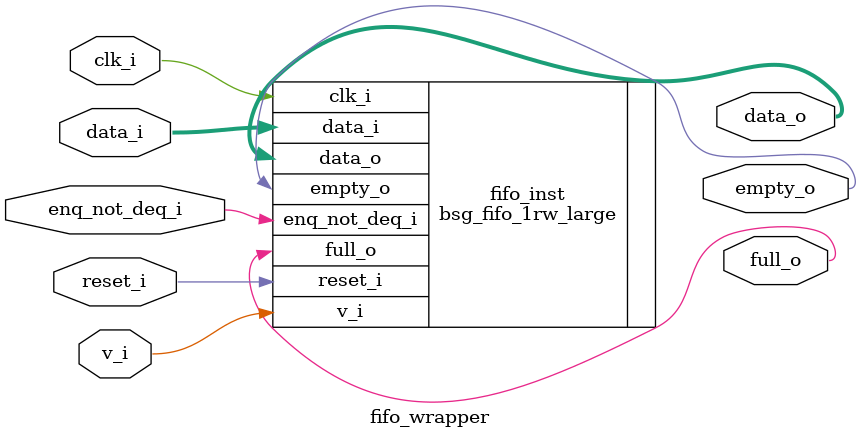
<source format=v>

module fifo_wrapper (
    input clk_i,
    input reset_i,
    input [31:0] data_i,
    input v_i,
    input enq_not_deq_i,
    output full_o,
    output empty_o,
    output [31:0] data_o
);

    // Instantiate the FIFO with explicit 32-bit width and 16 elements
    bsg_fifo_1rw_large #(
        .width_p(32),
        .els_p(16),
        .verbose_p(0)
    ) fifo_inst (
        .clk_i(clk_i),
        .reset_i(reset_i),
        .data_i(data_i),
        .v_i(v_i),
        .enq_not_deq_i(enq_not_deq_i),
        .full_o(full_o),
        .empty_o(empty_o),
        .data_o(data_o)
    );

endmodule

</source>
